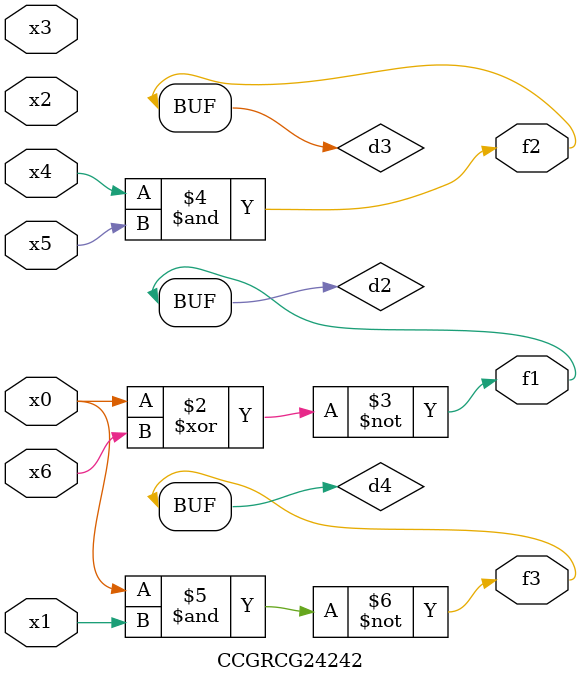
<source format=v>
module CCGRCG24242(
	input x0, x1, x2, x3, x4, x5, x6,
	output f1, f2, f3
);

	wire d1, d2, d3, d4;

	nor (d1, x0);
	xnor (d2, x0, x6);
	and (d3, x4, x5);
	nand (d4, x0, x1);
	assign f1 = d2;
	assign f2 = d3;
	assign f3 = d4;
endmodule

</source>
